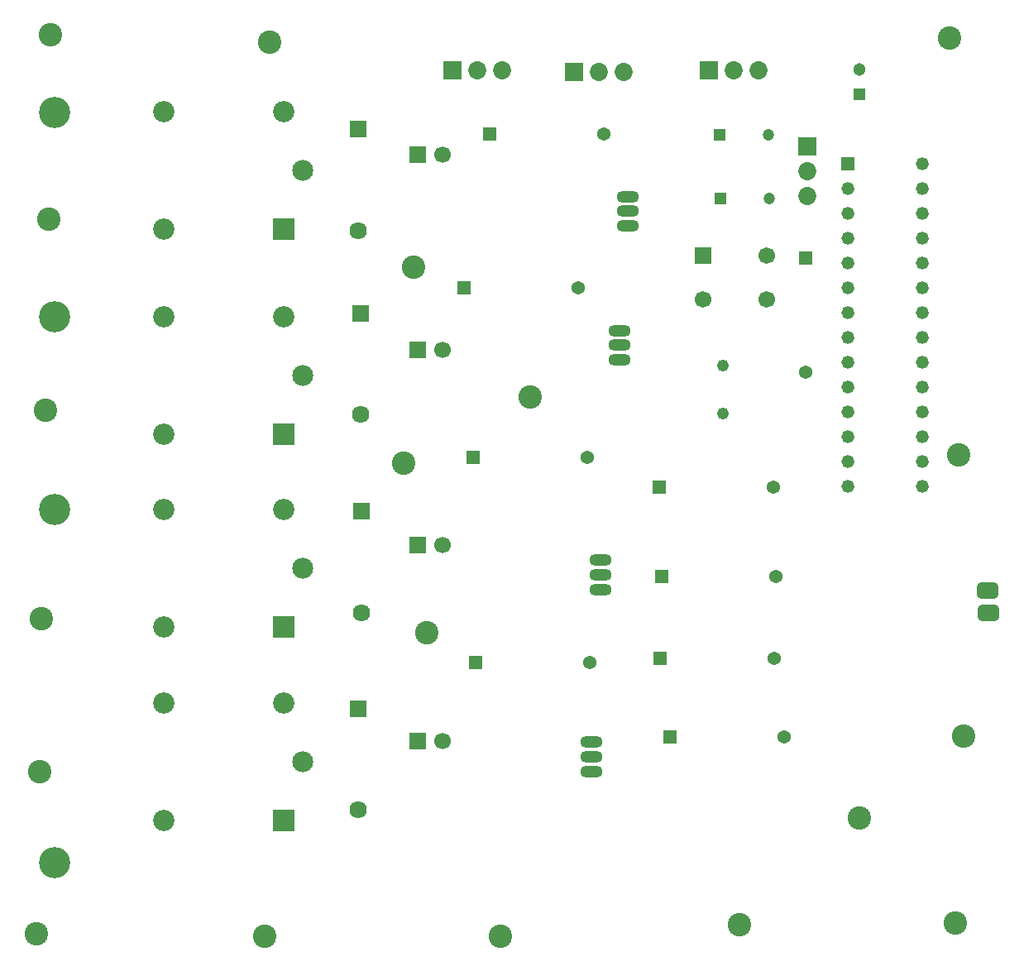
<source format=gbs>
G04*
G04 #@! TF.GenerationSoftware,Altium Limited,Altium Designer,24.4.1 (13)*
G04*
G04 Layer_Color=16711935*
%FSLAX44Y44*%
%MOMM*%
G71*
G04*
G04 #@! TF.SameCoordinates,55CC3119-2231-4384-B402-45A8E2456881*
G04*
G04*
G04 #@! TF.FilePolarity,Negative*
G04*
G01*
G75*
%ADD18C,2.4032*%
%ADD19C,1.7932*%
%ADD20R,1.7932X1.7932*%
%ADD21O,2.2832X1.2432*%
%ADD22C,1.2102*%
%ADD23R,1.7000X1.7000*%
%ADD24C,1.7000*%
%ADD25C,1.3032*%
%ADD26R,1.3032X1.3032*%
%ADD27R,1.8532X1.8532*%
%ADD28C,1.8532*%
%ADD29R,1.8532X1.8532*%
%ADD30R,2.1832X2.1832*%
%ADD31C,2.1382*%
%ADD32C,2.1832*%
%ADD33C,1.3208*%
%ADD34R,1.3208X1.3208*%
%ADD35C,1.7012*%
%ADD36R,1.7012X1.7012*%
%ADD37C,1.2000*%
%ADD38R,1.2000X1.2000*%
%ADD39C,1.3716*%
%ADD40R,1.3716X1.3716*%
%ADD41R,1.3716X1.3716*%
%ADD42C,3.2032*%
G04:AMPARAMS|DCode=43|XSize=2.2032mm|YSize=1.7272mm|CornerRadius=0.4826mm|HoleSize=0mm|Usage=FLASHONLY|Rotation=0.000|XOffset=0mm|YOffset=0mm|HoleType=Round|Shape=RoundedRectangle|*
%AMROUNDEDRECTD43*
21,1,2.2032,0.7620,0,0,0.0*
21,1,1.2380,1.7272,0,0,0.0*
1,1,0.9652,0.6190,-0.3810*
1,1,0.9652,-0.6190,-0.3810*
1,1,0.9652,-0.6190,0.3810*
1,1,0.9652,0.6190,0.3810*
%
%ADD43ROUNDEDRECTD43*%
D18*
X536000Y583000D02*
D03*
X873000Y152000D02*
D03*
X750000Y43000D02*
D03*
X505000Y31000D02*
D03*
X979000Y236000D02*
D03*
X971000Y44000D02*
D03*
X264000Y31000D02*
D03*
X430000Y342000D02*
D03*
X974000Y524000D02*
D03*
X965000Y950000D02*
D03*
X269000Y946000D02*
D03*
X416000Y716000D02*
D03*
X406000Y515000D02*
D03*
X30000Y33000D02*
D03*
X34000Y199000D02*
D03*
X35000Y356000D02*
D03*
X40000Y569000D02*
D03*
X43000Y765000D02*
D03*
X45000Y954000D02*
D03*
D19*
X360000Y753200D02*
D03*
X362000Y565200D02*
D03*
X363000Y362200D02*
D03*
X360000Y160200D02*
D03*
D20*
Y856800D02*
D03*
X362000Y668800D02*
D03*
X363000Y465800D02*
D03*
X360000Y263800D02*
D03*
D21*
X636000Y788000D02*
D03*
Y773000D02*
D03*
Y758000D02*
D03*
X627000Y621000D02*
D03*
Y636000D02*
D03*
Y651000D02*
D03*
X608000Y415700D02*
D03*
Y400700D02*
D03*
Y385700D02*
D03*
X598000Y199700D02*
D03*
Y214700D02*
D03*
Y229700D02*
D03*
D22*
X732790Y566280D02*
D03*
Y615080D02*
D03*
D23*
X420300Y831000D02*
D03*
Y431000D02*
D03*
Y231000D02*
D03*
Y631000D02*
D03*
D24*
X445700Y831000D02*
D03*
Y431000D02*
D03*
Y231000D02*
D03*
Y631000D02*
D03*
D25*
X872490Y918140D02*
D03*
D26*
Y893140D02*
D03*
D27*
X455930Y917070D02*
D03*
X580390Y915800D02*
D03*
X718820Y917070D02*
D03*
D28*
X481330D02*
D03*
X506730D02*
D03*
X605790Y915800D02*
D03*
X631190D02*
D03*
X744220Y917070D02*
D03*
X769620D02*
D03*
X819150Y814200D02*
D03*
Y788800D02*
D03*
D29*
Y839600D02*
D03*
D30*
X283000Y544730D02*
D03*
Y347880D02*
D03*
Y149760D02*
D03*
Y754900D02*
D03*
D31*
X303000Y604730D02*
D03*
Y407880D02*
D03*
Y209760D02*
D03*
Y814900D02*
D03*
D32*
X283000Y664730D02*
D03*
X161000D02*
D03*
Y544730D02*
D03*
X283000Y467880D02*
D03*
X161000D02*
D03*
Y347880D02*
D03*
X283000Y269760D02*
D03*
X161000D02*
D03*
Y149760D02*
D03*
X283000Y874900D02*
D03*
X161000D02*
D03*
Y754900D02*
D03*
D33*
X937260Y821820D02*
D03*
Y796420D02*
D03*
Y771020D02*
D03*
Y745620D02*
D03*
Y720220D02*
D03*
Y694820D02*
D03*
Y669420D02*
D03*
Y644020D02*
D03*
Y618620D02*
D03*
Y593220D02*
D03*
Y567820D02*
D03*
Y542420D02*
D03*
Y517020D02*
D03*
Y491620D02*
D03*
X861060D02*
D03*
Y517020D02*
D03*
Y542420D02*
D03*
Y567820D02*
D03*
Y593220D02*
D03*
Y618620D02*
D03*
Y644020D02*
D03*
Y669420D02*
D03*
Y694820D02*
D03*
Y720220D02*
D03*
Y745620D02*
D03*
Y771020D02*
D03*
Y796420D02*
D03*
D34*
Y821820D02*
D03*
D35*
X712990Y682480D02*
D03*
X777990D02*
D03*
Y727480D02*
D03*
D36*
X712990D02*
D03*
D37*
X780650Y786260D02*
D03*
X779380Y851030D02*
D03*
D38*
X730650Y786260D02*
D03*
X729380Y851030D02*
D03*
D39*
X817880Y608460D02*
D03*
X584840Y695000D02*
D03*
X594000Y521000D02*
D03*
X597000Y311000D02*
D03*
X610840Y852000D02*
D03*
X785000Y491000D02*
D03*
X786840Y399000D02*
D03*
X785840Y315000D02*
D03*
X796000Y235000D02*
D03*
D40*
X817880Y725300D02*
D03*
D41*
X468000Y695000D02*
D03*
X477160Y521000D02*
D03*
X480160Y311000D02*
D03*
X494000Y852000D02*
D03*
X668160Y491000D02*
D03*
X670000Y399000D02*
D03*
X669000Y315000D02*
D03*
X679160Y235000D02*
D03*
D42*
X48790Y874280D02*
D03*
Y664730D02*
D03*
Y467880D02*
D03*
Y105930D02*
D03*
D43*
X1003762Y384504D02*
D03*
X1005000Y362000D02*
D03*
M02*

</source>
